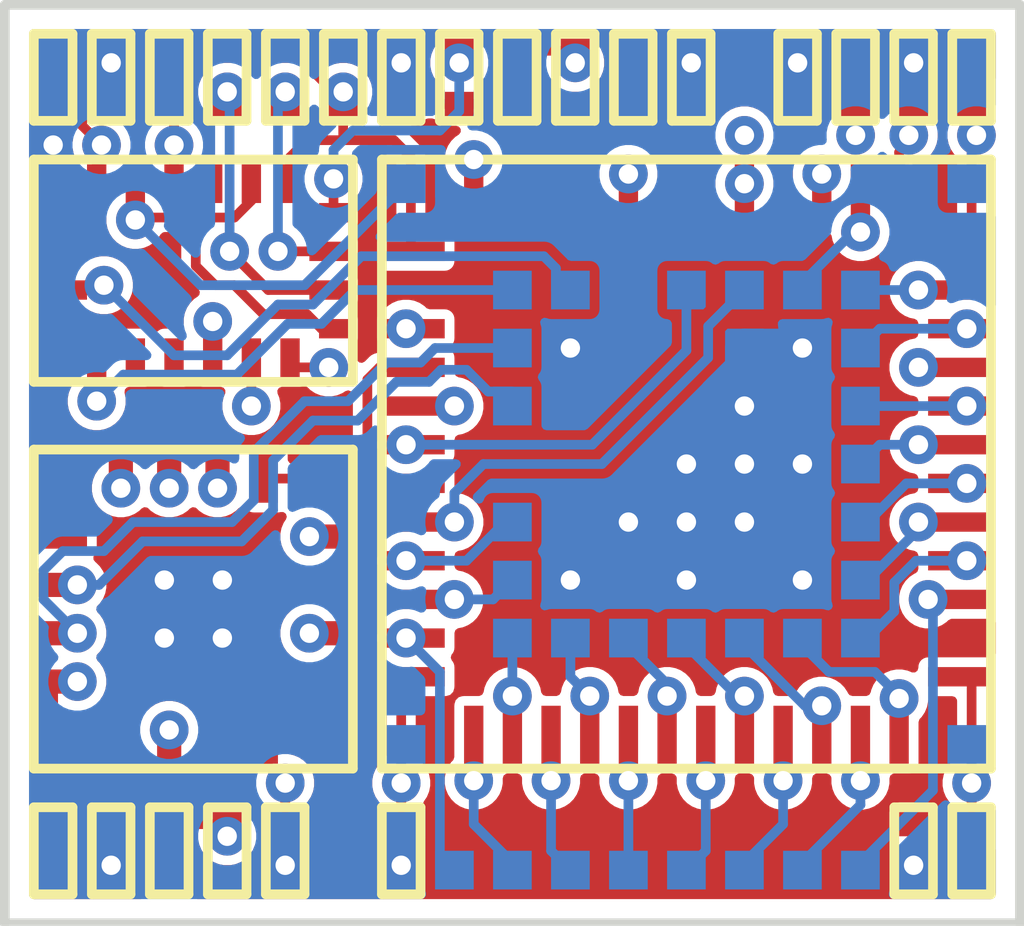
<source format=kicad_pcb>
(kicad_pcb (version 20171130) (host pcbnew 5.1.10-88a1d61d58~89~ubuntu20.04.1)
  (layers (0 F.Cu signal) (1 In1.Cu signal) (2 In2.Cu signal) (31 B.Cu signal) (34 B.Paste user) (35 F.Paste user) (36 B.SilkS user) (37 F.SilkS user) (38 B.Mask user) (39 F.Mask user) (44 Edge.Cuts user))
  (net 0 "")
  (net 1 /5V0)
  (net 2 /GND)
  (net 3 /1V2)
  (net 4 /3V3)
  (net 5 /VIO)
  (net 6 /HV0)
  (net 7 /HV1)
  (net 8 /MV0)
  (net 9 /LV0)
  (net 10 /MV1)
  (net 11 /LV1)
  (net 12 /RST)
  (net 13 /SCL)
  (net 14 /SDA)
  (net 15 /UDP)
  (net 16 /UDM)
  (net 17 /CLK)
  (net 18 /TCK)
  (net 19 /TDO)
  (net 20 /JEN)
  (net 21 /TMS)
  (net 22 /TDI)
  (net 23 /SCK)
  (net 24 /SDI)
  (net 25 /NCS)
  (net 26 /SDO)
  (net 27 "Net-(R11-Pad2)")
  (net 28 "Net-(R10-Pad2)")
  (net 29 /DR0)
  (net 30 /DR1)
  (net 31 /VIS)
  (net 32 "Net-(R12-Pad2)")
  (net 33 "Net-(R13-Pad2)")
  (net 34 /R2A)
  (net 35 /R2B)
  (net 36 /R3A)
  (net 37 /R10B)
  (net 38 /R6B)
  (net 39 /R6D)
  (net 40 /R6F)
  (net 41 /R6G)
  (net 42 /R6H)
  (net 43 /R6J)
  (net 44 /R10A)
  (net 45 /R7B)
  (net 46 /R9A)
  (net 47 /R8B)
  (net 48 /R8A)
  (net 49 /R7A)
  (net 50 /R6I)
  (net 51 /R6E)
  (net 52 /R6C)
  (net 53 /R6A)
  (net 54 /R5B)
  (net 55 /R3B)
  (module Mechanical:PAD1_0.4_0.4 (layer B.Cu) (at 62.85 34.95)
    (fp_text reference P58 hide)
    (fp_text value CONN1X1 hide)
    (pad 1 smd rect (at 0.2 -0.2) (size 0.4 0.4) (layers B.Cu B.Paste B.Mask) (net 2 /GND))
  )
  (module Mechanical:PAD1_0.4_0.4 (layer B.Cu) (at 67.55 35.55)
    (fp_text reference P1 hide)
    (fp_text value CONN1X1 hide)
    (pad 1 smd rect (at 0.2 -0.2) (size 0.4 0.4) (layers B.Cu B.Paste B.Mask) (net 34 /R2A))
  )
  (module Mechanical:PAD1_0.4_0.4 (layer B.Cu) (at 67.55 36.15)
    (fp_text reference P2 hide)
    (fp_text value CONN1X1 hide)
    (pad 1 smd rect (at 0.2 -0.2) (size 0.4 0.4) (layers B.Cu B.Paste B.Mask) (net 35 /R2B))
  )
  (module Mechanical:PAD1_0.4_0.4 (layer B.Cu) (at 66.95 39.15)
    (fp_text reference P3 hide)
    (fp_text value CONN1X1 hide)
    (pad 1 smd rect (at 0.2 -0.2) (size 0.4 0.4) (layers B.Cu B.Paste B.Mask) (net 36 /R3A))
  )
  (module Mechanical:PAD1_0.4_0.4 (layer B.Cu) (at 67.55 39.15)
    (fp_text reference P4 hide)
    (fp_text value CONN1X1 hide)
    (pad 1 smd rect (at 0.2 -0.2) (size 0.4 0.4) (layers B.Cu B.Paste B.Mask) (net 37 /R10B))
  )
  (module Mechanical:PAD1_0.4_0.4 (layer B.Cu) (at 67.55 36.75)
    (fp_text reference P5 hide)
    (fp_text value CONN1X1 hide)
    (pad 1 smd rect (at 0.2 -0.2) (size 0.4 0.4) (layers B.Cu B.Paste B.Mask) (net 38 /R6B))
  )
  (module Mechanical:PAD1_0.4_0.4 (layer B.Cu) (at 68.15 39.15)
    (fp_text reference P6 hide)
    (fp_text value CONN1X1 hide)
    (pad 1 smd rect (at 0.2 -0.2) (size 0.4 0.4) (layers B.Cu B.Paste B.Mask) (net 39 /R6D))
  )
  (module Mechanical:PAD1_0.4_0.4 (layer B.Cu) (at 68.15 36.75)
    (fp_text reference P7 hide)
    (fp_text value CONN1X1 hide)
    (pad 1 smd rect (at 0.2 -0.2) (size 0.4 0.4) (layers B.Cu B.Paste B.Mask) (net 40 /R6F))
  )
  (module Mechanical:PAD1_0.4_0.4 (layer B.Cu) (at 68.75 39.15)
    (fp_text reference P8 hide)
    (fp_text value CONN1X1 hide)
    (pad 1 smd rect (at 0.2 -0.2) (size 0.4 0.4) (layers B.Cu B.Paste B.Mask) (net 41 /R6G))
  )
  (module Mechanical:PAD1_0.4_0.4 (layer B.Cu) (at 68.75 36.75)
    (fp_text reference P9 hide)
    (fp_text value CONN1X1 hide)
    (pad 1 smd rect (at 0.2 -0.2) (size 0.4 0.4) (layers B.Cu B.Paste B.Mask) (net 42 /R6H))
  )
  (module Mechanical:PAD1_0.4_0.4 (layer B.Cu) (at 69.35 39.15)
    (fp_text reference P10 hide)
    (fp_text value CONN1X1 hide)
    (pad 1 smd rect (at 0.2 -0.2) (size 0.4 0.4) (layers B.Cu B.Paste B.Mask) (net 43 /R6J))
  )
  (module Mechanical:PAD1_0.4_0.4 (layer B.Cu) (at 69.35 36.75)
    (fp_text reference P11 hide)
    (fp_text value CONN1X1 hide)
    (pad 1 smd rect (at 0.2 -0.2) (size 0.4 0.4) (layers B.Cu B.Paste B.Mask) (net 44 /R10A))
  )
  (module Mechanical:PAD1_0.4_0.4 (layer B.Cu) (at 69.95 39.15)
    (fp_text reference P12 hide)
    (fp_text value CONN1X1 hide)
    (pad 1 smd rect (at 0.2 -0.2) (size 0.4 0.4) (layers B.Cu B.Paste B.Mask) (net 45 /R7B))
  )
  (module Mechanical:PAD1_0.4_0.4 (layer B.Cu) (at 69.95 36.75)
    (fp_text reference P13 hide)
    (fp_text value CONN1X1 hide)
    (pad 1 smd rect (at 0.2 -0.2) (size 0.4 0.4) (layers B.Cu B.Paste B.Mask) (net 46 /R9A))
  )
  (module Mechanical:PAD1_0.4_0.4 (layer B.Cu) (at 70.55 39.15)
    (fp_text reference P14 hide)
    (fp_text value CONN1X1 hide)
    (pad 1 smd rect (at 0.2 -0.2) (size 0.4 0.4) (layers B.Cu B.Paste B.Mask) (net 47 /R8B))
  )
  (module Mechanical:PAD1_0.4_0.4 (layer B.Cu) (at 70.55 36.75)
    (fp_text reference P15 hide)
    (fp_text value CONN1X1 hide)
    (pad 1 smd rect (at 0.2 -0.2) (size 0.4 0.4) (layers B.Cu B.Paste B.Mask) (net 48 /R8A))
  )
  (module Mechanical:PAD1_0.4_0.4 (layer B.Cu) (at 71.15 39.15)
    (fp_text reference P16 hide)
    (fp_text value CONN1X1 hide)
    (pad 1 smd rect (at 0.2 -0.2) (size 0.4 0.4) (layers B.Cu B.Paste B.Mask) (net 49 /R7A))
  )
  (module Mechanical:PAD1_0.4_0.4 (layer B.Cu) (at 71.15 36.75)
    (fp_text reference P17 hide)
    (fp_text value CONN1X1 hide)
    (pad 1 smd rect (at 0.2 -0.2) (size 0.4 0.4) (layers B.Cu B.Paste B.Mask) (net 50 /R6I))
  )
  (module Mechanical:PAD1_0.4_0.4 (layer B.Cu) (at 71.15 36.15)
    (fp_text reference P18 hide)
    (fp_text value CONN1X1 hide)
    (pad 1 smd rect (at 0.2 -0.2) (size 0.4 0.4) (layers B.Cu B.Paste B.Mask) (net 51 /R6E))
  )
  (module Mechanical:PAD1_0.4_0.4 (layer B.Cu) (at 71.15 35.55)
    (fp_text reference P19 hide)
    (fp_text value CONN1X1 hide)
    (pad 1 smd rect (at 0.2 -0.2) (size 0.4 0.4) (layers B.Cu B.Paste B.Mask) (net 52 /R6C))
  )
  (module Mechanical:PAD1_0.4_0.4 (layer B.Cu) (at 71.15 34.95)
    (fp_text reference P20 hide)
    (fp_text value CONN1X1 hide)
    (pad 1 smd rect (at 0.2 -0.2) (size 0.4 0.4) (layers B.Cu B.Paste B.Mask) (net 53 /R6A))
  )
  (module Mechanical:PAD1_0.4_0.4 (layer B.Cu) (at 71.15 34.35)
    (fp_text reference P21 hide)
    (fp_text value CONN1X1 hide)
    (pad 1 smd rect (at 0.2 -0.2) (size 0.4 0.4) (layers B.Cu B.Paste B.Mask) (net 54 /R5B))
  )
  (module Mechanical:PAD1_0.4_0.4 (layer B.Cu) (at 71.15 33.75)
    (fp_text reference P22 hide)
    (fp_text value CONN1X1 hide)
    (pad 1 smd rect (at 0.2 -0.2) (size 0.4 0.4) (layers B.Cu B.Paste B.Mask) (net 55 /R3B))
  )
  (module Mechanical:PAD1_0.4_0.4 (layer B.Cu) (at 68.15 33.15)
    (fp_text reference P28 hide)
    (fp_text value CONN1X1 hide)
    (pad 1 smd rect (at 0.2 -0.2) (size 0.4 0.4) (layers B.Cu B.Paste B.Mask) (net 7 /HV1))
  )
  (module Mechanical:PAD1_0.4_0.4 (layer B.Cu) (at 67.55 33.15)
    (fp_text reference P27 hide)
    (fp_text value CONN1X1 hide)
    (pad 1 smd rect (at 0.2 -0.2) (size 0.4 0.4) (layers B.Cu B.Paste B.Mask) (net 6 /HV0))
  )
  (module Mechanical:PAD1_0.4_0.4 (layer B.Cu) (at 67.55 33.75)
    (fp_text reference P29 hide)
    (fp_text value CONN1X1 hide)
    (pad 1 smd rect (at 0.2 -0.2) (size 0.4 0.4) (layers B.Cu B.Paste B.Mask) (net 16 /UDM))
  )
  (module Mechanical:PAD1_0.4_0.4 (layer B.Cu) (at 67.55 34.35)
    (fp_text reference P30 hide)
    (fp_text value CONN1X1 hide)
    (pad 1 smd rect (at 0.2 -0.2) (size 0.4 0.4) (layers B.Cu B.Paste B.Mask) (net 15 /UDP))
  )
  (module Mechanical:PAD1_0.4_0.4 (layer B.Cu) (at 69.95 33.15)
    (fp_text reference P32 hide)
    (fp_text value CONN1X1 hide)
    (pad 1 smd rect (at 0.2 -0.2) (size 0.4 0.4) (layers B.Cu B.Paste B.Mask) (net 25 /NCS))
  )
  (module Mechanical:PAD1_0.4_0.4 (layer B.Cu) (at 70.55 33.15)
    (fp_text reference P33 hide)
    (fp_text value CONN1X1 hide)
    (pad 1 smd rect (at 0.2 -0.2) (size 0.4 0.4) (layers B.Cu B.Paste B.Mask) (net 24 /SDI))
  )
  (module Mechanical:PAD1_0.4_0.4 (layer B.Cu) (at 71.15 33.15)
    (fp_text reference P34 hide)
    (fp_text value CONN1X1 hide)
    (pad 1 smd rect (at 0.2 -0.2) (size 0.4 0.4) (layers B.Cu B.Paste B.Mask) (net 26 /SDO))
  )
  (module Mechanical:PAD1_0.4_0.4 (layer B.Cu) (at 66.45 32.05)
    (fp_text reference P35 hide)
    (fp_text value CONN1X1 hide)
    (pad 1 smd rect (at 0.2 -0.2) (size 0.4 0.4) (layers B.Cu B.Paste B.Mask) (net 1 /5V0))
  )
  (module Mechanical:PAD1_0.4_0.4 (layer B.Cu) (at 72.25 37.85)
    (fp_text reference P36 hide)
    (fp_text value CONN1X1 hide)
    (pad 1 smd rect (at 0.2 -0.2) (size 0.4 0.4) (layers B.Cu B.Paste B.Mask) (net 5 /VIO))
  )
  (module Mechanical:PAD1_0.4_0.4 (layer B.Cu) (at 72.25 32.05)
    (fp_text reference P37 hide)
    (fp_text value CONN1X1 hide)
    (pad 1 smd rect (at 0.2 -0.2) (size 0.4 0.4) (layers B.Cu B.Paste B.Mask) (net 4 /3V3))
  )
  (module Mechanical:PAD1_0.4_0.4 (layer B.Cu) (at 66.45 37.85)
    (fp_text reference P38 hide)
    (fp_text value CONN1X1 hide)
    (pad 1 smd rect (at 0.2 -0.2) (size 0.4 0.4) (layers B.Cu B.Paste B.Mask) (net 3 /1V2))
  )
  (module Mechanical:PAD1_0.4_0.4 (layer B.Cu) (at 62.85 30.75)
    (fp_text reference P39 hide)
    (fp_text value CONN1X1 hide)
    (pad 1 smd rect (at 0.2 -0.2) (size 0.4 0.4) (layers B.Cu B.Paste B.Mask) (net 2 /GND))
  )
  (module Mechanical:PAD1_0.4_0.4 (layer B.Cu) (at 62.85 32.05)
    (fp_text reference P40 hide)
    (fp_text value CONN1X1 hide)
    (pad 1 smd rect (at 0.2 -0.2) (size 0.4 0.4) (layers B.Cu B.Paste B.Mask) (net 2 /GND))
  )
  (module Mechanical:PAD1_0.4_0.4 (layer B.Cu) (at 62.85 37.85)
    (fp_text reference P41 hide)
    (fp_text value CONN1X1 hide)
    (pad 1 smd rect (at 0.2 -0.2) (size 0.4 0.4) (layers B.Cu B.Paste B.Mask) (net 2 /GND))
  )
  (module Mechanical:PAD1_0.4_0.4 (layer B.Cu) (at 62.85 39.15)
    (fp_text reference P42 hide)
    (fp_text value CONN1X1 hide)
    (pad 1 smd rect (at 0.2 -0.2) (size 0.4 0.4) (layers B.Cu B.Paste B.Mask) (net 2 /GND))
  )
  (module Mechanical:PAD1_0.4_0.4 (layer B.Cu) (at 65.75 39.15)
    (fp_text reference P43 hide)
    (fp_text value CONN1X1 hide)
    (pad 1 smd rect (at 0.2 -0.2) (size 0.4 0.4) (layers B.Cu B.Paste B.Mask) (net 2 /GND))
  )
  (module Mechanical:PAD1_0.4_0.4 (layer B.Cu) (at 72.25 39.15)
    (fp_text reference P44 hide)
    (fp_text value CONN1X1 hide)
    (pad 1 smd rect (at 0.2 -0.2) (size 0.4 0.4) (layers B.Cu B.Paste B.Mask) (net 2 /GND))
  )
  (module Mechanical:PAD1_0.4_0.4 (layer B.Cu) (at 72.25 30.75)
    (fp_text reference P45 hide)
    (fp_text value CONN1X1 hide)
    (pad 1 smd rect (at 0.2 -0.2) (size 0.4 0.4) (layers B.Cu B.Paste B.Mask) (net 2 /GND))
  )
  (module Mechanical:PAD1_0.4_0.4 (layer B.Cu) (at 69.95 30.75)
    (fp_text reference P46 hide)
    (fp_text value CONN1X1 hide)
    (pad 1 smd rect (at 0.2 -0.2) (size 0.4 0.4) (layers B.Cu B.Paste B.Mask) (net 2 /GND))
  )
  (module Mechanical:PAD1_0.4_0.4 (layer B.Cu) (at 67.55 30.75)
    (fp_text reference P47 hide)
    (fp_text value CONN1X1 hide)
    (pad 1 smd rect (at 0.2 -0.2) (size 0.4 0.4) (layers B.Cu B.Paste B.Mask) (net 2 /GND))
  )
  (module Mechanical:PAD1_0.4_0.4 (layer B.Cu) (at 63.95 30.75)
    (fp_text reference P48 hide)
    (fp_text value CONN1X1 hide)
    (pad 1 smd rect (at 0.2 -0.2) (size 0.4 0.4) (layers B.Cu B.Paste B.Mask) (net 2 /GND))
  )
  (module Mechanical:PAD1_0.4_0.4 (layer B.Cu) (at 68.75 33.15)
    (fp_text reference P49 hide)
    (fp_text value CONN1X1 hide)
    (pad 1 smd rect (at 0.2 -0.2) (size 0.4 0.4) (layers B.Cu B.Paste B.Mask) (net 2 /GND))
  )
  (module Mechanical:PAD1_0.4_0.4 (layer B.Cu) (at 68.15 34.35)
    (fp_text reference P50 hide)
    (fp_text value CONN1X1 hide)
    (pad 1 smd rect (at 0.2 -0.2) (size 0.4 0.4) (layers B.Cu B.Paste B.Mask) (net 2 /GND))
  )
  (module Mechanical:PAD1_0.4_0.4 (layer B.Cu) (at 68.15 35.55)
    (fp_text reference P51 hide)
    (fp_text value CONN1X1 hide)
    (pad 1 smd rect (at 0.2 -0.2) (size 0.4 0.4) (layers B.Cu B.Paste B.Mask) (net 2 /GND))
  )
  (module Mechanical:PAD1_0.4_0.4 (layer B.Cu) (at 68.75 36.15)
    (fp_text reference P52 hide)
    (fp_text value CONN1X1 hide)
    (pad 1 smd rect (at 0.2 -0.2) (size 0.4 0.4) (layers B.Cu B.Paste B.Mask) (net 2 /GND))
  )
  (module Mechanical:PAD1_0.4_0.4 (layer B.Cu) (at 69.95 36.15)
    (fp_text reference P53 hide)
    (fp_text value CONN1X1 hide)
    (pad 1 smd rect (at 0.2 -0.2) (size 0.4 0.4) (layers B.Cu B.Paste B.Mask) (net 2 /GND))
  )
  (module Mechanical:PAD1_0.4_0.4 (layer B.Cu) (at 70.55 35.55)
    (fp_text reference P54 hide)
    (fp_text value CONN1X1 hide)
    (pad 1 smd rect (at 0.2 -0.2) (size 0.4 0.4) (layers B.Cu B.Paste B.Mask) (net 2 /GND))
  )
  (module Mechanical:PAD1_0.4_0.4 (layer B.Cu) (at 70.55 34.35)
    (fp_text reference P55 hide)
    (fp_text value CONN1X1 hide)
    (pad 1 smd rect (at 0.2 -0.2) (size 0.4 0.4) (layers B.Cu B.Paste B.Mask) (net 2 /GND))
  )
  (module Mechanical:PAD1_0.4_0.4 (layer B.Cu) (at 68.75 33.75)
    (fp_text reference P57 hide)
    (fp_text value CONN1X1 hide)
    (pad 1 smd rect (at 0.2 -0.2) (size 0.4 0.4) (layers B.Cu B.Paste B.Mask) (net 2 /GND))
  )
  (module Components:0201 (layer F.Cu) (at 64.55 38.25)
    (fp_text reference C1 hide)
    (fp_text value Capacitor hide)
    (pad 1 smd rect (at 0.25 0.225) (size 0.3 0.25) (layers F.Cu F.Paste F.Mask) (net 1 /5V0))
    (pad 2 smd rect (at 0.25 0.775) (size 0.3 0.25) (layers F.Cu F.Paste F.Mask) (net 2 /GND))
  )
  (module Components:0201 (layer F.Cu) (at 63.85 31.25 180)
    (fp_text reference C2 hide)
    (fp_text value Capacitor hide)
    (pad 1 smd rect (at 0.25 0.225 180) (size 0.3 0.25) (layers F.Cu F.Paste F.Mask) (net 1 /5V0))
    (pad 2 smd rect (at 0.25 0.775 180) (size 0.3 0.25) (layers F.Cu F.Paste F.Mask) (net 2 /GND))
  )
  (module Components:0201 (layer F.Cu) (at 63.25 31.25 180)
    (fp_text reference C3 hide)
    (fp_text value Capacitor hide)
    (pad 1 smd rect (at 0.25 0.225 180) (size 0.3 0.25) (layers F.Cu F.Paste F.Mask) (net 3 /1V2))
    (pad 2 smd rect (at 0.25 0.775 180) (size 0.3 0.25) (layers F.Cu F.Paste F.Mask) (net 2 /GND))
  )
  (module Components:0201 (layer F.Cu) (at 66.25 31.25 180)
    (fp_text reference C4 hide)
    (fp_text value Capacitor hide)
    (pad 1 smd rect (at 0.25 0.225 180) (size 0.3 0.25) (layers F.Cu F.Paste F.Mask) (net 4 /3V3))
    (pad 2 smd rect (at 0.25 0.775 180) (size 0.3 0.25) (layers F.Cu F.Paste F.Mask) (net 2 /GND))
  )
  (module Components:0201 (layer F.Cu) (at 64.45 31.25 180)
    (fp_text reference C5 hide)
    (fp_text value Capacitor hide)
    (pad 1 smd rect (at 0.25 0.225 180) (size 0.3 0.25) (layers F.Cu F.Paste F.Mask) (net 5 /VIO))
    (pad 2 smd rect (at 0.25 0.775 180) (size 0.3 0.25) (layers F.Cu F.Paste F.Mask) (net 2 /GND))
  )
  (module Components:0201 (layer F.Cu) (at 66.85 39.25 180)
    (fp_text reference C6 hide)
    (fp_text value Capacitor hide)
    (pad 1 smd rect (at 0.25 0.225 180) (size 0.3 0.25) (layers F.Cu F.Paste F.Mask) (net 2 /GND))
    (pad 2 smd rect (at 0.25 0.775 180) (size 0.3 0.25) (layers F.Cu F.Paste F.Mask) (net 3 /1V2))
  )
  (module Components:0201 (layer F.Cu) (at 71.65 30.25)
    (fp_text reference C7 hide)
    (fp_text value Capacitor hide)
    (pad 1 smd rect (at 0.25 0.225) (size 0.3 0.25) (layers F.Cu F.Paste F.Mask) (net 2 /GND))
    (pad 2 smd rect (at 0.25 0.775) (size 0.3 0.25) (layers F.Cu F.Paste F.Mask) (net 3 /1V2))
  )
  (module Components:0201 (layer F.Cu) (at 72.25 30.25)
    (fp_text reference C8 hide)
    (fp_text value Capacitor hide)
    (pad 1 smd rect (at 0.25 0.225) (size 0.3 0.25) (layers F.Cu F.Paste F.Mask) (net 2 /GND))
    (pad 2 smd rect (at 0.25 0.775) (size 0.3 0.25) (layers F.Cu F.Paste F.Mask) (net 4 /3V3))
  )
  (module Components:0201 (layer F.Cu) (at 72.15 39.25 180)
    (fp_text reference C10 hide)
    (fp_text value Capacitor hide)
    (pad 1 smd rect (at 0.25 0.225 180) (size 0.3 0.25) (layers F.Cu F.Paste F.Mask) (net 2 /GND))
    (pad 2 smd rect (at 0.25 0.775 180) (size 0.3 0.25) (layers F.Cu F.Paste F.Mask) (net 5 /VIO))
  )
  (module Components:0201 (layer F.Cu) (at 72.75 39.25 180)
    (fp_text reference C11 hide)
    (fp_text value Capacitor hide)
    (pad 1 smd rect (at 0.25 0.225 180) (size 0.3 0.25) (layers F.Cu F.Paste F.Mask) (net 2 /GND))
    (pad 2 smd rect (at 0.25 0.775 180) (size 0.3 0.25) (layers F.Cu F.Paste F.Mask) (net 5 /VIO))
  )
  (module Components:0201 (layer F.Cu) (at 66.95 30.25)
    (fp_text reference R1 hide)
    (fp_text value Resistor hide)
    (pad 1 smd rect (at 0.25 0.225) (size 0.3 0.25) (layers F.Cu F.Paste F.Mask) (net 8 /MV0))
    (pad 2 smd rect (at 0.25 0.775) (size 0.3 0.25) (layers F.Cu F.Paste F.Mask) (net 9 /LV0))
  )
  (module Components:0201 (layer F.Cu) (at 66.85 31.25 180)
    (fp_text reference R2 hide)
    (fp_text value Resistor hide)
    (pad 1 smd rect (at 0.25 0.225 180) (size 0.3 0.25) (layers F.Cu F.Paste F.Mask) (net 9 /LV0))
    (pad 2 smd rect (at 0.25 0.775 180) (size 0.3 0.25) (layers F.Cu F.Paste F.Mask) (net 2 /GND))
  )
  (module Components:0201 (layer F.Cu) (at 71.55 31.25 180)
    (fp_text reference R3 hide)
    (fp_text value Resistor hide)
    (pad 1 smd rect (at 0.25 0.225 180) (size 0.3 0.25) (layers F.Cu F.Paste F.Mask) (net 10 /MV1))
    (pad 2 smd rect (at 0.25 0.775 180) (size 0.3 0.25) (layers F.Cu F.Paste F.Mask) (net 11 /LV1))
  )
  (module Components:0201 (layer F.Cu) (at 70.95 31.25 180)
    (fp_text reference R4 hide)
    (fp_text value Resistor hide)
    (pad 1 smd rect (at 0.25 0.225 180) (size 0.3 0.25) (layers F.Cu F.Paste F.Mask) (net 11 /LV1))
    (pad 2 smd rect (at 0.25 0.775 180) (size 0.3 0.25) (layers F.Cu F.Paste F.Mask) (net 2 /GND))
  )
  (module Components:QFN20_3.0_2.0_0.4 (layer F.Cu) (at 62.75 33.95 90)
    (fp_text reference U1 hide)
    (fp_text value SLG46580 hide)
    (pad 1 smd rect (at 0.3 0.7 90) (size 0.4 0.2) (layers F.Cu F.Paste F.Mask) (net 6 /HV0))
    (pad 2 smd rect (at 0.3 1.1 90) (size 0.4 0.2) (layers F.Cu F.Paste F.Mask))
    (pad 3 smd rect (at 0.3 1.5 90) (size 0.4 0.2) (layers F.Cu F.Paste F.Mask))
    (pad 4 smd rect (at 0.3 1.9 90) (size 0.4 0.2) (layers F.Cu F.Paste F.Mask) (net 29 /DR0))
    (pad 5 smd rect (at 0.3 2.3 90) (size 0.4 0.2) (layers F.Cu F.Paste F.Mask) (net 10 /MV1))
    (pad 6 smd rect (at 0.3 2.7 90) (size 0.4 0.2) (layers F.Cu F.Paste F.Mask) (net 30 /DR1))
    (pad 11 smd rect (at 2.1 2.7 90) (size 0.4 0.2) (layers F.Cu F.Paste F.Mask) (net 4 /3V3))
    (pad 15 smd rect (at 2.1 1.1 90) (size 0.4 0.2) (layers F.Cu F.Paste F.Mask) (net 1 /5V0))
    (pad 12 smd rect (at 2.1 2.3 90) (size 0.4 0.2) (layers F.Cu F.Paste F.Mask) (net 1 /5V0))
    (pad 16 smd rect (at 2.1 0.7 90) (size 0.4 0.2) (layers F.Cu F.Paste F.Mask) (net 3 /1V2))
    (pad 14 smd rect (at 2.1 1.5 90) (size 0.4 0.2) (layers F.Cu F.Paste F.Mask) (net 5 /VIO))
    (pad 13 smd rect (at 2.1 1.9 90) (size 0.4 0.2) (layers F.Cu F.Paste F.Mask) (net 5 /VIO))
    (pad 20 smd rect (at 0.6 0.25 90) (size 0.2 0.3) (layers F.Cu F.Paste F.Mask) (net 2 /GND))
    (pad 19 smd rect (at 1 0.35 90) (size 0.2 0.5) (layers F.Cu F.Paste F.Mask) (net 7 /HV1))
    (pad 18 smd rect (at 1.4 0.3 90) (size 0.2 0.4) (layers F.Cu F.Paste F.Mask))
    (pad 17 smd rect (at 1.8 0.25 90) (size 0.2 0.3) (layers F.Cu F.Paste F.Mask) (net 2 /GND))
    (pad 10 smd rect (at 1.8 3.15 90) (size 0.2 0.3) (layers F.Cu F.Paste F.Mask) (net 8 /MV0))
    (pad 9 smd rect (at 1.4 3.1 90) (size 0.2 0.4) (layers F.Cu F.Paste F.Mask) (net 14 /SDA))
    (pad 7 smd rect (at 0.6 3.15 90) (size 0.2 0.3) (layers F.Cu F.Paste F.Mask) (net 1 /5V0))
    (pad 8 smd rect (at 1 3.1 90) (size 0.2 0.4) (layers F.Cu F.Paste F.Mask) (net 13 /SCL))
  )
  (module Components:QFN48_6.0_6.0_0.4 (layer F.Cu) (at 66.35 31.55)
    (fp_text reference U3 hide)
    (fp_text value GW1NZ-LV1QN48 hide)
    (pad 1 smd rect (at 0.4 1) (size 0.6 0.2) (layers F.Cu F.Paste F.Mask) (net 4 /3V3))
    (pad "" smd rect (at 3.2 3.2) (size 4 4) (layers F.Cu F.Paste F.Mask) (net 2 /GND))
    (pad 2 smd rect (at 0.4 1.4) (size 0.6 0.2) (layers F.Cu F.Paste F.Mask) (net 2 /GND))
    (pad 3 smd rect (at 0.4 1.8) (size 0.6 0.2) (layers F.Cu F.Paste F.Mask) (net 18 /TCK))
    (pad 4 smd rect (at 0.4 2.2) (size 0.6 0.2) (layers F.Cu F.Paste F.Mask) (net 21 /TMS))
    (pad 5 smd rect (at 0.4 2.6) (size 0.6 0.2) (layers F.Cu F.Paste F.Mask) (net 22 /TDI))
    (pad 6 smd rect (at 0.4 3) (size 0.6 0.2) (layers F.Cu F.Paste F.Mask) (net 23 /SCK))
    (pad 12 smd rect (at 0.4 5.4) (size 0.6 0.2) (layers F.Cu F.Paste F.Mask) (net 3 /1V2))
    (pad 11 smd rect (at 0.4 5) (size 0.6 0.2) (layers F.Cu F.Paste F.Mask) (net 36 /R3A))
    (pad 9 smd rect (at 0.4 4.2) (size 0.6 0.2) (layers F.Cu F.Paste F.Mask) (net 34 /R2A))
    (pad 10 smd rect (at 0.4 4.6) (size 0.6 0.2) (layers F.Cu F.Paste F.Mask) (net 35 /R2B))
    (pad 7 smd rect (at 0.4 3.4) (size 0.6 0.2) (layers F.Cu F.Paste F.Mask) (net 19 /TDO))
    (pad 8 smd rect (at 0.4 3.8) (size 0.6 0.2) (layers F.Cu F.Paste F.Mask) (net 25 /NCS))
    (pad 27 smd rect (at 6 4.6) (size 0.6 0.2) (layers F.Cu F.Paste F.Mask) (net 49 /R7A))
    (pad 30 smd rect (at 6 3.4) (size 0.6 0.2) (layers F.Cu F.Paste F.Mask) (net 52 /R6C))
    (pad 29 smd rect (at 6 3.8) (size 0.6 0.2) (layers F.Cu F.Paste F.Mask) (net 51 /R6E))
    (pad 26 smd rect (at 6 5) (size 0.6 0.2) (layers F.Cu F.Paste F.Mask) (net 2 /GND))
    (pad 28 smd rect (at 6 4.2) (size 0.6 0.2) (layers F.Cu F.Paste F.Mask) (net 50 /R6I))
    (pad 31 smd rect (at 6 3) (size 0.6 0.2) (layers F.Cu F.Paste F.Mask) (net 53 /R6A))
    (pad 25 smd rect (at 6 5.4) (size 0.6 0.2) (layers F.Cu F.Paste F.Mask) (net 5 /VIO))
    (pad 32 smd rect (at 6 2.6) (size 0.6 0.2) (layers F.Cu F.Paste F.Mask) (net 54 /R5B))
    (pad 34 smd rect (at 6 1.8) (size 0.6 0.2) (layers F.Cu F.Paste F.Mask) (net 55 /R3B))
    (pad 33 smd rect (at 6 2.2) (size 0.6 0.2) (layers F.Cu F.Paste F.Mask) (net 17 /CLK))
    (pad 36 smd rect (at 6 1) (size 0.6 0.2) (layers F.Cu F.Paste F.Mask) (net 4 /3V3))
    (pad 35 smd rect (at 6 1.4) (size 0.6 0.2) (layers F.Cu F.Paste F.Mask) (net 26 /SDO))
    (pad 39 smd rect (at 4.6 0.4 90) (size 0.6 0.2) (layers F.Cu F.Paste F.Mask) (net 30 /DR1))
    (pad 42 smd rect (at 3.4 0.4 90) (size 0.6 0.2) (layers F.Cu F.Paste F.Mask) (net 33 "Net-(R13-Pad2)"))
    (pad 41 smd rect (at 3.8 0.4 90) (size 0.6 0.2) (layers F.Cu F.Paste F.Mask) (net 29 /DR0))
    (pad 38 smd rect (at 5 0.4 90) (size 0.6 0.2) (layers F.Cu F.Paste F.Mask) (net 24 /SDI))
    (pad 40 smd rect (at 4.2 0.4 90) (size 0.6 0.2) (layers F.Cu F.Paste F.Mask) (net 11 /LV1))
    (pad 43 smd rect (at 3 0.4 90) (size 0.6 0.2) (layers F.Cu F.Paste F.Mask) (net 32 "Net-(R12-Pad2)"))
    (pad 37 smd rect (at 5.4 0.4 90) (size 0.6 0.2) (layers F.Cu F.Paste F.Mask) (net 3 /1V2))
    (pad 44 smd rect (at 2.6 0.4 90) (size 0.6 0.2) (layers F.Cu F.Paste F.Mask) (net 20 /JEN))
    (pad 46 smd rect (at 1.8 0.4 90) (size 0.6 0.2) (layers F.Cu F.Paste F.Mask) (net 28 "Net-(R10-Pad2)"))
    (pad 45 smd rect (at 2.2 0.4 90) (size 0.6 0.2) (layers F.Cu F.Paste F.Mask) (net 27 "Net-(R11-Pad2)"))
    (pad 48 smd rect (at 1 0.4 90) (size 0.6 0.2) (layers F.Cu F.Paste F.Mask) (net 12 /RST))
    (pad 47 smd rect (at 1.4 0.4 90) (size 0.6 0.2) (layers F.Cu F.Paste F.Mask) (net 9 /LV0))
    (pad 19 smd rect (at 3.4 6 90) (size 0.6 0.2) (layers F.Cu F.Paste F.Mask) (net 43 /R6J))
    (pad 17 smd rect (at 2.6 6 90) (size 0.6 0.2) (layers F.Cu F.Paste F.Mask) (net 41 /R6G))
    (pad 16 smd rect (at 2.2 6 90) (size 0.6 0.2) (layers F.Cu F.Paste F.Mask) (net 40 /R6F))
    (pad 13 smd rect (at 1 6 90) (size 0.6 0.2) (layers F.Cu F.Paste F.Mask) (net 37 /R10B))
    (pad 20 smd rect (at 3.8 6 90) (size 0.6 0.2) (layers F.Cu F.Paste F.Mask) (net 44 /R10A))
    (pad 15 smd rect (at 1.8 6 90) (size 0.6 0.2) (layers F.Cu F.Paste F.Mask) (net 39 /R6D))
    (pad 21 smd rect (at 4.2 6 90) (size 0.6 0.2) (layers F.Cu F.Paste F.Mask) (net 45 /R7B))
    (pad 22 smd rect (at 4.6 6 90) (size 0.6 0.2) (layers F.Cu F.Paste F.Mask) (net 46 /R9A))
    (pad 14 smd rect (at 1.4 6 90) (size 0.6 0.2) (layers F.Cu F.Paste F.Mask) (net 38 /R6B))
    (pad 18 smd rect (at 3 6 90) (size 0.6 0.2) (layers F.Cu F.Paste F.Mask) (net 42 /R6H))
    (pad 24 smd rect (at 5.4 6 90) (size 0.6 0.2) (layers F.Cu F.Paste F.Mask) (net 48 /R8A))
    (pad 23 smd rect (at 5 6 90) (size 0.6 0.2) (layers F.Cu F.Paste F.Mask) (net 47 /R8B))
  )
  (module Components:0201 (layer F.Cu) (at 64.55 30.25)
    (fp_text reference R7 hide)
    (fp_text value Resistor hide)
    (pad 1 smd rect (at 0.25 0.225) (size 0.3 0.25) (layers F.Cu F.Paste F.Mask) (net 4 /3V3))
    (pad 2 smd rect (at 0.25 0.775) (size 0.3 0.25) (layers F.Cu F.Paste F.Mask) (net 13 /SCL))
  )
  (module Components:0201 (layer F.Cu) (at 65.15 30.25)
    (fp_text reference R8 hide)
    (fp_text value Resistor hide)
    (pad 1 smd rect (at 0.25 0.225) (size 0.3 0.25) (layers F.Cu F.Paste F.Mask) (net 4 /3V3))
    (pad 2 smd rect (at 0.25 0.775) (size 0.3 0.25) (layers F.Cu F.Paste F.Mask) (net 14 /SDA))
  )
  (module Components:0201 (layer F.Cu) (at 63.25 39.25 180)
    (fp_text reference C9 hide)
    (fp_text value Capacitor hide)
    (pad 1 smd rect (at 0.25 0.225 180) (size 0.3 0.25) (layers F.Cu F.Paste F.Mask) (net 2 /GND))
    (pad 2 smd rect (at 0.25 0.775 180) (size 0.3 0.25) (layers F.Cu F.Paste F.Mask) (net 4 /3V3))
  )
  (module Components:0201 (layer F.Cu) (at 69.35 30.25)
    (fp_text reference R13 hide)
    (fp_text value Resistor hide)
    (pad 1 smd rect (at 0.25 0.225) (size 0.3 0.25) (layers F.Cu F.Paste F.Mask) (net 2 /GND))
    (pad 2 smd rect (at 0.25 0.775) (size 0.3 0.25) (layers F.Cu F.Paste F.Mask) (net 33 "Net-(R13-Pad2)"))
  )
  (module Components:0201 (layer F.Cu) (at 65.15 38.25)
    (fp_text reference R9 hide)
    (fp_text value Resistor hide)
    (pad 1 smd rect (at 0.25 0.225) (size 0.3 0.25) (layers F.Cu F.Paste F.Mask) (net 12 /RST))
    (pad 2 smd rect (at 0.25 0.775) (size 0.3 0.25) (layers F.Cu F.Paste F.Mask) (net 2 /GND))
  )
  (module Components:0201 (layer F.Cu) (at 67.55 30.25)
    (fp_text reference R10 hide)
    (fp_text value Resistor hide)
    (pad 1 smd rect (at 0.25 0.225) (size 0.3 0.25) (layers F.Cu F.Paste F.Mask) (net 4 /3V3))
    (pad 2 smd rect (at 0.25 0.775) (size 0.3 0.25) (layers F.Cu F.Paste F.Mask) (net 28 "Net-(R10-Pad2)"))
  )
  (module Components:0201 (layer F.Cu) (at 68.15 30.25)
    (fp_text reference R11 hide)
    (fp_text value Resistor hide)
    (pad 1 smd rect (at 0.25 0.225) (size 0.3 0.25) (layers F.Cu F.Paste F.Mask) (net 4 /3V3))
    (pad 2 smd rect (at 0.25 0.775) (size 0.3 0.25) (layers F.Cu F.Paste F.Mask) (net 27 "Net-(R11-Pad2)"))
  )
  (module Components:0201 (layer F.Cu) (at 68.75 30.25)
    (fp_text reference R12 hide)
    (fp_text value Resistor hide)
    (pad 1 smd rect (at 0.25 0.225) (size 0.3 0.25) (layers F.Cu F.Paste F.Mask) (net 2 /GND))
    (pad 2 smd rect (at 0.25 0.775) (size 0.3 0.25) (layers F.Cu F.Paste F.Mask) (net 32 "Net-(R12-Pad2)"))
  )
  (module Components:0201 (layer F.Cu) (at 63.95 38.25)
    (fp_text reference R5 hide)
    (fp_text value Resistor hide)
    (pad 1 smd rect (at 0.25 0.225) (size 0.3 0.25) (layers F.Cu F.Paste F.Mask) (net 1 /5V0))
    (pad 2 smd rect (at 0.25 0.775) (size 0.3 0.25) (layers F.Cu F.Paste F.Mask) (net 31 /VIS))
  )
  (module Components:0201 (layer F.Cu) (at 63.35 38.25)
    (fp_text reference R6 hide)
    (fp_text value Resistor hide)
    (pad 1 smd rect (at 0.25 0.225) (size 0.3 0.25) (layers F.Cu F.Paste F.Mask) (net 31 /VIS))
    (pad 2 smd rect (at 0.25 0.775) (size 0.3 0.25) (layers F.Cu F.Paste F.Mask) (net 2 /GND))
  )
  (module Components:QFN16_3.0_3.0_0.5 (layer F.Cu) (at 62.75 37.95 90)
    (fp_text reference U2 hide)
    (fp_text value CH552P hide)
    (pad "" smd rect (at 1.7 1.7 90) (size 1.6 1.6) (layers F.Cu F.Paste F.Mask) (net 2 /GND))
    (pad 1 smd rect (at 0.35 0.95 90) (size 0.5 0.25) (layers F.Cu F.Paste F.Mask) (net 4 /3V3))
    (pad 2 smd rect (at 0.35 1.45 90) (size 0.5 0.25) (layers F.Cu F.Paste F.Mask) (net 22 /TDI))
    (pad 3 smd rect (at 0.35 1.95 90) (size 0.5 0.25) (layers F.Cu F.Paste F.Mask) (net 31 /VIS))
    (pad 4 smd rect (at 0.35 2.45 90) (size 0.5 0.25) (layers F.Cu F.Paste F.Mask) (net 12 /RST))
    (pad 11 smd rect (at 3.05 1.45 90) (size 0.5 0.25) (layers F.Cu F.Paste F.Mask) (net 20 /JEN))
    (pad 9 smd rect (at 3.05 2.45 90) (size 0.5 0.25) (layers F.Cu F.Paste F.Mask) (net 21 /TMS))
    (pad 12 smd rect (at 3.05 0.95 90) (size 0.5 0.25) (layers F.Cu F.Paste F.Mask) (net 13 /SCL))
    (pad 10 smd rect (at 3.05 1.95 90) (size 0.5 0.25) (layers F.Cu F.Paste F.Mask) (net 14 /SDA))
    (pad 5 smd rect (at 0.95 3.05 90) (size 0.25 0.5) (layers F.Cu F.Paste F.Mask) (net 19 /TDO))
    (pad 6 smd rect (at 1.45 3.05 90) (size 0.25 0.5) (layers F.Cu F.Paste F.Mask) (net 18 /TCK))
    (pad 7 smd rect (at 1.95 3.05 90) (size 0.25 0.5) (layers F.Cu F.Paste F.Mask))
    (pad 8 smd rect (at 2.45 3.05 90) (size 0.25 0.5) (layers F.Cu F.Paste F.Mask) (net 17 /CLK))
    (pad 16 smd rect (at 0.95 0.35 90) (size 0.25 0.5) (layers F.Cu F.Paste F.Mask) (net 4 /3V3))
    (pad 15 smd rect (at 1.45 0.35 90) (size 0.25 0.5) (layers F.Cu F.Paste F.Mask) (net 16 /UDM))
    (pad 14 smd rect (at 1.95 0.35 90) (size 0.25 0.5) (layers F.Cu F.Paste F.Mask) (net 15 /UDP))
    (pad 13 smd rect (at 2.45 0.35 90) (size 0.25 0.5) (layers F.Cu F.Paste F.Mask))
  )
  (module Mechanical:PAD1_0.4_0.4_CN (layer B.Cu) (at 69.35 32.75 270)
    (fp_text reference P31 hide)
    (fp_text value CONN1X1 hide)
    (pad 1 smd custom (at 0.2 -0.2 270) (size 0.3 0.3) (layers B.Cu B.Paste B.Mask) (net 23 /SCK) (options (clearance outline) (anchor rect)) (primitives (gr_poly (pts (xy -0.2 0.2) (xy -0.2 -0.2) (xy 0.175 -0.2) (xy 0.2 -0.175) (xy 0.2 0.2)) (width 0))))
  )
  (module Mechanical:PAD1_0.4_0.4_CN (layer B.Cu) (at 70.35 33.75 90)
    (fp_text reference P56 hide)
    (fp_text value CONN1X1 hide)
    (pad 1 smd custom (at 0.2 -0.2 90) (size 0.3 0.3) (layers B.Cu B.Paste B.Mask) (net 2 /GND) (options (clearance outline) (anchor rect)) (primitives (gr_poly (pts (xy -0.2 0.2) (xy -0.2 -0.2) (xy 0.175 -0.2) (xy 0.2 -0.175) (xy 0.2 0.2)) (width 0))))
  )
  (gr_line (start 62.5 39.5) (end 62.5 30) (layer Edge.Cuts) (width 0.1))
  (gr_line (start 73 39.5) (end 62.5 39.5) (layer Edge.Cuts) (width 0.1))
  (gr_line (start 73 30) (end 73 39.5) (layer Edge.Cuts) (width 0.1))
  (gr_line (start 62.5 30) (end 73 30) (layer Edge.Cuts) (width 0.1))
  (via (at 64.8 38.6) (size 0.4) (drill 0.2) (layers F.Cu B.Cu) (net 1))
  (via (at 63.85 32.225) (size 0.4) (drill 0.2) (layers F.Cu B.Cu) (net 1))
  (segment (start 63.85 31.25) (end 63.7 31.1) (width 0.1) (layer F.Cu) (net 1))
  (segment (start 65.05 32.025) (end 64.875 32.2) (width 0.1) (layer F.Cu) (net 1))
  (segment (start 65.05 31.85) (end 65.05 32.025) (width 0.1) (layer F.Cu) (net 1))
  (segment (start 64.875 32.2) (end 64.625 32.2) (width 0.1) (layer F.Cu) (net 1))
  (segment (start 64.675 38.475) (end 64.8 38.6) (width 0.1) (layer F.Cu) (net 1))
  (segment (start 64.2 38.475) (end 64.675 38.475) (width 0.1) (layer F.Cu) (net 1))
  (segment (start 63.85 31.25) (end 63.85 31.85) (width 0.1) (layer F.Cu) (net 1))
  (segment (start 63.875 32.2) (end 63.85 32.225) (width 0.1) (layer F.Cu) (net 1))
  (segment (start 63.85 31.85) (end 63.85 32.225) (width 0.1) (layer F.Cu) (net 1))
  (segment (start 64.475 32.2) (end 63.875 32.2) (width 0.1) (layer F.Cu) (net 1))
  (segment (start 64.625 32.2) (end 64.475 32.2) (width 0.1) (layer F.Cu) (net 1))
  (segment (start 64.475 32.7) (end 64.475 32.2) (width 0.1) (layer F.Cu) (net 1))
  (segment (start 64.875 32.9) (end 64.675 32.9) (width 0.1) (layer F.Cu) (net 1))
  (segment (start 64.675 32.9) (end 64.475 32.7) (width 0.1) (layer F.Cu) (net 1))
  (segment (start 65.175 33.2) (end 64.875 32.9) (width 0.1) (layer F.Cu) (net 1))
  (segment (start 65.775 33.35) (end 65.625 33.2) (width 0.1) (layer F.Cu) (net 1))
  (segment (start 65.625 33.2) (end 65.175 33.2) (width 0.1) (layer F.Cu) (net 1))
  (segment (start 65.9 33.35) (end 65.775 33.35) (width 0.1) (layer F.Cu) (net 1))
  (segment (start 64.525 32.9) (end 63.85 32.225) (width 0.1) (layer B.Cu) (net 1))
  (segment (start 65.6 32.9) (end 64.525 32.9) (width 0.1) (layer B.Cu) (net 1))
  (segment (start 66.65 31.85) (end 65.6 32.9) (width 0.1) (layer B.Cu) (net 1))
  (via (at 69.55 34.75) (size 0.4) (drill 0.2) (layers F.Cu B.Cu) (net 2))
  (via (at 70.15 34.75) (size 0.4) (drill 0.2) (layers F.Cu B.Cu) (net 2))
  (via (at 69.55 35.35) (size 0.4) (drill 0.2) (layers F.Cu B.Cu) (net 2))
  (via (at 69.55 35.95) (size 0.4) (drill 0.2) (layers F.Cu B.Cu) (net 2))
  (via (at 68.95 35.35) (size 0.4) (drill 0.2) (layers F.Cu B.Cu) (net 2))
  (via (at 70.15 35.35) (size 0.4) (drill 0.2) (layers F.Cu B.Cu) (net 2))
  (via (at 70.15 34.15) (size 0.4) (drill 0.2) (layers F.Cu B.Cu) (net 2))
  (via (at 70.75 34.75) (size 0.4) (drill 0.2) (layers F.Cu B.Cu) (net 2))
  (via (at 70.75 35.95) (size 0.4) (drill 0.2) (layers F.Cu B.Cu) (net 2))
  (via (at 68.35 35.95) (size 0.4) (drill 0.2) (layers F.Cu B.Cu) (net 2))
  (via (at 68.35 33.55) (size 0.4) (drill 0.2) (layers F.Cu B.Cu) (net 2))
  (via (at 70.75 33.55) (size 0.4) (drill 0.2) (layers F.Cu B.Cu) (net 2))
  (via (at 64.15 36.55) (size 0.4) (drill 0.2) (layers F.Cu B.Cu) (net 2))
  (via (at 64.75 36.55) (size 0.4) (drill 0.2) (layers F.Cu B.Cu) (net 2))
  (via (at 64.75 35.95) (size 0.4) (drill 0.2) (layers F.Cu B.Cu) (net 2))
  (via (at 64.15 35.95) (size 0.4) (drill 0.2) (layers F.Cu B.Cu) (net 2))
  (via (at 70.7 30.6) (size 0.4) (drill 0.2) (layers F.Cu B.Cu) (net 2))
  (via (at 63.6 30.6) (size 0.4) (drill 0.2) (layers F.Cu B.Cu) (net 2))
  (via (at 65.4 38.9) (size 0.4) (drill 0.2) (layers F.Cu B.Cu) (net 2))
  (via (at 69.6 30.6) (size 0.4) (drill 0.2) (layers F.Cu B.Cu) (net 2))
  (via (at 66.6 38.9) (size 0.4) (drill 0.2) (layers F.Cu B.Cu) (net 2))
  (via (at 63.6 38.9) (size 0.4) (drill 0.2) (layers F.Cu B.Cu) (net 2))
  (via (at 63 31.45) (size 0.4) (drill 0.2) (layers F.Cu B.Cu) (net 2))
  (via (at 66.6 30.6) (size 0.4) (drill 0.2) (layers F.Cu B.Cu) (net 2))
  (via (at 71.9 30.6) (size 0.4) (drill 0.2) (layers F.Cu B.Cu) (net 2))
  (via (at 71.9 38.9) (size 0.4) (drill 0.2) (layers F.Cu B.Cu) (net 2))
  (segment (start 63 33.35) (end 63 34.5) (width 0.1) (layer F.Cu) (net 2))
  (segment (start 63 34.5) (end 66.05 34.5) (width 0.1) (layer F.Cu) (net 2))
  (segment (start 63 39.025) (end 63.3 39.025) (width 0.1) (layer F.Cu) (net 2))
  (segment (start 63.3 39.025) (end 63.3 37.9) (width 0.1) (layer F.Cu) (net 2))
  (segment (start 72.5 30.475) (end 72.2 30.475) (width 0.1) (layer F.Cu) (net 2))
  (segment (start 68.95 32.95) (end 68.95 32.6) (width 0.1) (layer B.Cu) (net 2))
  (segment (start 68.95 32.6) (end 68.575 32.225) (width 0.1) (layer B.Cu) (net 2))
  (segment (start 68.575 32.225) (end 67.25 32.225) (width 0.1) (layer B.Cu) (net 2))
  (segment (start 67.25 32.225) (end 67 31.975) (width 0.1) (layer B.Cu) (net 2))
  (segment (start 67 31.975) (end 67 31.5) (width 0.1) (layer B.Cu) (net 2))
  (segment (start 67 31.5) (end 66.35 31.5) (width 0.1) (layer B.Cu) (net 2))
  (segment (start 66.35 31.5) (end 66.275 31.5) (width 0.1) (layer B.Cu) (net 2))
  (segment (start 66.275 31.5) (end 66.25 31.525) (width 0.1) (layer B.Cu) (net 2))
  (segment (start 66.25 31.525) (end 66.25 31.95) (width 0.1) (layer B.Cu) (net 2))
  (segment (start 66.25 31.95) (end 65.975 32.225) (width 0.1) (layer B.Cu) (net 2))
  (segment (start 66.6 39.025) (end 66.725 39.025) (width 0.08) (layer F.Cu) (net 2))
  (segment (start 66.725 39.025) (end 66.975 38.775) (width 0.08) (layer F.Cu) (net 2))
  (segment (start 66.975 38.775) (end 66.975 37.325) (width 0.08) (layer F.Cu) (net 2))
  (segment (start 66.975 37.325) (end 67.25 37.05) (width 0.08) (layer F.Cu) (net 2))
  (segment (start 69.55 34.75) (end 67.075 32.275) (width 0.08) (layer F.Cu) (net 2))
  (segment (start 67.075 32.275) (end 66.925 32.125) (width 0.08) (layer F.Cu) (net 2))
  (segment (start 66.925 32.125) (end 66.925 31.9) (width 0.08) (layer F.Cu) (net 2))
  (segment (start 72.2 31.525) (end 72.2 32.1) (width 0.08) (layer F.Cu) (net 2))
  (segment (start 72.2 30.475) (end 72.2 31.525) (width 0.1) (layer F.Cu) (net 2))
  (segment (start 72.2 31.525) (end 72.2 31.6) (width 0.1) (layer F.Cu) (net 2))
  (segment (start 72.2 32.1) (end 71.825 32.475) (width 0.08) (layer F.Cu) (net 2))
  (segment (start 70.15 34.15) (end 70.15 34.075) (width 0.2) (layer B.Cu) (net 2))
  (segment (start 70.675 33.55) (end 70.75 33.55) (width 0.2) (layer B.Cu) (net 2))
  (segment (start 70.15 34.075) (end 70.675 33.55) (width 0.2) (layer B.Cu) (net 2))
  (segment (start 70.15 33.55) (end 70.15 34.15) (width 0.4) (layer B.Cu) (net 2))
  (segment (start 70.15 33.55) (end 70.75 33.55) (width 0.4) (layer B.Cu) (net 2))
  (segment (start 70.15 33.55) (end 70.15 33.625) (width 0.2) (layer B.Cu) (net 2))
  (segment (start 70.15 33.625) (end 69.8 33.975) (width 0.2) (layer B.Cu) (net 2))
  (segment (start 72.45 30.55) (end 72.45 30.925) (width 0.1) (layer B.Cu) (net 2))
  (segment (start 72.45 30.925) (end 72.2 31.175) (width 0.1) (layer B.Cu) (net 2))
  (segment (start 72.2 31.175) (end 72.2 31.5) (width 0.1) (layer B.Cu) (net 2))
  (via (at 63.5 31.45) (size 0.4) (drill 0.2) (layers F.Cu B.Cu) (net 3))
  (via (at 66.6 38.05) (size 0.4) (drill 0.2) (layers F.Cu B.Cu) (net 3))
  (via (at 71.85 31.35) (size 0.4) (drill 0.2) (layers F.Cu B.Cu) (net 3))
  (segment (start 71.75 31.525) (end 71.75 31.9) (width 0.1) (layer F.Cu) (net 3))
  (segment (start 71.9 31.375) (end 71.75 31.525) (width 0.1) (layer F.Cu) (net 3))
  (segment (start 71.9 31.025) (end 71.9 31.375) (width 0.1) (layer F.Cu) (net 3))
  (segment (start 66.6 38.475) (end 66.6 36.95) (width 0.1) (layer F.Cu) (net 3))
  (segment (start 63.45 31.85) (end 63.45 31.45) (width 0.1) (layer F.Cu) (net 3))
  (segment (start 66.6 38.05) (end 66.6 37.65) (width 0.1) (layer B.Cu) (net 3))
  (segment (start 63.45 31.475) (end 63.45 31.4) (width 0.1) (layer F.Cu) (net 3))
  (segment (start 63.45 31.4) (end 63.3 31.25) (width 0.1) (layer F.Cu) (net 3))
  (segment (start 63.3 31.25) (end 63.3 31.025) (width 0.1) (layer F.Cu) (net 3))
  (segment (start 63.3 31.025) (end 63 31.025) (width 0.1) (layer F.Cu) (net 3))
  (via (at 63.25 37) (size 0.4) (drill 0.2) (layers F.Cu B.Cu) (net 4))
  (via (at 68.4 30.6) (size 0.4) (drill 0.2) (layers F.Cu B.Cu) (net 4))
  (via (at 72.55 31.35) (size 0.4) (drill 0.2) (layers F.Cu B.Cu) (net 4))
  (segment (start 72.5 31.025) (end 72.5 32.55) (width 0.1) (layer F.Cu) (net 4))
  (segment (start 66 31.025) (end 66 31.4) (width 0.1) (layer F.Cu) (net 4))
  (segment (start 65.625 31.4) (end 66 31.4) (width 0.1) (layer F.Cu) (net 4))
  (segment (start 65.45 31.575) (end 65.625 31.4) (width 0.1) (layer F.Cu) (net 4))
  (segment (start 65.45 31.85) (end 65.45 31.575) (width 0.1) (layer F.Cu) (net 4))
  (segment (start 66.7 31.575) (end 66.7 32.55) (width 0.1) (layer F.Cu) (net 4))
  (segment (start 66.525 31.4) (end 66.7 31.575) (width 0.1) (layer F.Cu) (net 4))
  (segment (start 66 31.4) (end 66.525 31.4) (width 0.1) (layer F.Cu) (net 4))
  (segment (start 72.5 31.35) (end 72.5 31.85) (width 0.1) (layer B.Cu) (net 4))
  (segment (start 63.7 37.6) (end 63 37.6) (width 0.1) (layer F.Cu) (net 4))
  (segment (start 63 37.6) (end 63 37) (width 0.1) (layer F.Cu) (net 4))
  (segment (start 63 38.475) (end 63 37.6) (width 0.1) (layer F.Cu) (net 4))
  (segment (start 64.8 30.475) (end 65.4 30.475) (width 0.1) (layer F.Cu) (net 4))
  (segment (start 66 31.025) (end 66 31) (width 0.1) (layer F.Cu) (net 4))
  (segment (start 66 31) (end 65.7 30.7) (width 0.1) (layer F.Cu) (net 4))
  (segment (start 65.7 30.7) (end 65.7 30.475) (width 0.1) (layer F.Cu) (net 4))
  (segment (start 65.7 30.475) (end 65.4 30.475) (width 0.1) (layer F.Cu) (net 4))
  (segment (start 67.8 30.475) (end 68.4 30.475) (width 0.1) (layer F.Cu) (net 4))
  (via (at 66 30.9) (size 0.4) (drill 0.2) (layers F.Cu B.Cu) (net 4))
  (via (at 70.15 31.35) (size 0.4) (drill 0.2) (layers F.Cu B.Cu) (net 5))
  (via (at 64.25 31.45) (size 0.4) (drill 0.2) (layers F.Cu B.Cu) (net 5))
  (via (at 72.5 38.05) (size 0.4) (drill 0.2) (layers F.Cu B.Cu) (net 5))
  (segment (start 72.5 38.475) (end 72.5 36.95) (width 0.1) (layer F.Cu) (net 5))
  (segment (start 72.5 38.475) (end 71.9 38.475) (width 0.1) (layer F.Cu) (net 5))
  (segment (start 64.65 31.85) (end 64.25 31.85) (width 0.1) (layer F.Cu) (net 5))
  (segment (start 72.5 38.05) (end 72.5 37.65) (width 0.1) (layer B.Cu) (net 5))
  (segment (start 64.25 31.85) (end 64.25 31.025) (width 0.1) (layer F.Cu) (net 5))
  (via (at 63.525 32.9) (size 0.4) (drill 0.2) (layers F.Cu B.Cu) (net 7))
  (segment (start 63.1 32.95) (end 63.525 32.95) (width 0.1) (layer F.Cu) (net 7))
  (segment (start 64.25 33.625) (end 63.525 32.9) (width 0.1) (layer B.Cu) (net 7))
  (segment (start 64.8 33.625) (end 64.25 33.625) (width 0.1) (layer B.Cu) (net 7))
  (segment (start 65.325 33.1) (end 64.8 33.625) (width 0.1) (layer B.Cu) (net 7))
  (segment (start 65.6875 33.1) (end 65.325 33.1) (width 0.1) (layer B.Cu) (net 7))
  (segment (start 66.1875 32.6) (end 65.6875 33.1) (width 0.1) (layer B.Cu) (net 7))
  (segment (start 68.075 32.6) (end 66.1875 32.6) (width 0.1) (layer B.Cu) (net 7))
  (segment (start 68.2 32.725) (end 68.075 32.6) (width 0.1) (layer B.Cu) (net 7))
  (segment (start 68.2 32.95) (end 68.2 32.725) (width 0.1) (layer B.Cu) (net 7))
  (via (at 63.45 34.1) (size 0.4) (drill 0.2) (layers F.Cu B.Cu) (net 6))
  (segment (start 63.45 33.65) (end 63.45 34.15) (width 0.1) (layer F.Cu) (net 6))
  (segment (start 65.425 33.3) (end 64.9 33.825) (width 0.1) (layer B.Cu) (net 6))
  (segment (start 65.775 33.3) (end 65.425 33.3) (width 0.1) (layer B.Cu) (net 6))
  (segment (start 66.125 32.95) (end 65.775 33.3) (width 0.1) (layer B.Cu) (net 6))
  (segment (start 67.75 32.95) (end 66.125 32.95) (width 0.1) (layer B.Cu) (net 6))
  (segment (start 63.725 33.825) (end 63.45 34.1) (width 0.1) (layer B.Cu) (net 6))
  (segment (start 64.9 33.825) (end 63.725 33.825) (width 0.1) (layer B.Cu) (net 6))
  (via (at 65.9 31.8) (size 0.4) (drill 0.2) (layers F.Cu B.Cu) (net 8))
  (via (at 67.2 30.6) (size 0.4) (drill 0.2) (layers F.Cu B.Cu) (net 8))
  (segment (start 65.9 32.15) (end 65.9 31.8) (width 0.1) (layer F.Cu) (net 8))
  (segment (start 67.2 31.1) (end 67.2 30.6) (width 0.1) (layer B.Cu) (net 8))
  (segment (start 67 31.3) (end 67.2 31.1) (width 0.1) (layer B.Cu) (net 8))
  (segment (start 66.1 31.3) (end 67 31.3) (width 0.1) (layer B.Cu) (net 8))
  (segment (start 65.9 31.5) (end 66.1 31.3) (width 0.1) (layer B.Cu) (net 8))
  (segment (start 65.9 31.8) (end 65.9 31.5) (width 0.1) (layer B.Cu) (net 8))
  (segment (start 66.6 31.025) (end 67.2 31.025) (width 0.1) (layer F.Cu) (net 9))
  (segment (start 67.75 31.5) (end 67.75 31.95) (width 0.1) (layer F.Cu) (net 9))
  (segment (start 67.5 31.25) (end 67.75 31.5) (width 0.1) (layer F.Cu) (net 9))
  (segment (start 67.5 31.025) (end 67.5 31.25) (width 0.1) (layer F.Cu) (net 9))
  (segment (start 67.2 31.025) (end 67.5 31.025) (width 0.1) (layer F.Cu) (net 9))
  (via (at 71.3 31.35) (size 0.4) (drill 0.2) (layers F.Cu B.Cu) (net 10))
  (via (at 65.05 34.15) (size 0.4) (drill 0.2) (layers F.Cu B.Cu) (net 10))
  (segment (start 71.3 31.025) (end 71.3 31.35) (width 0.1) (layer F.Cu) (net 10))
  (segment (start 65.05 33.65) (end 65.05 34.15) (width 0.1) (layer F.Cu) (net 10))
  (segment (start 70.55 31.525) (end 70.55 31.95) (width 0.1) (layer F.Cu) (net 11))
  (segment (start 70.7 31.375) (end 70.55 31.525) (width 0.1) (layer F.Cu) (net 11))
  (segment (start 70.7 31.025) (end 70.7 31.375) (width 0.1) (layer F.Cu) (net 11))
  (segment (start 71.3 30.75) (end 71.3 30.475) (width 0.1) (layer F.Cu) (net 11))
  (segment (start 71.0875 30.75) (end 71.3 30.75) (width 0.1) (layer F.Cu) (net 11))
  (segment (start 71 31.025) (end 71 30.8375) (width 0.1) (layer F.Cu) (net 11))
  (segment (start 71 30.8375) (end 71.0875 30.75) (width 0.1) (layer F.Cu) (net 11))
  (segment (start 70.7 31.025) (end 71 31.025) (width 0.1) (layer F.Cu) (net 11))
  (via (at 67.35 31.6) (size 0.4) (drill 0.2) (layers F.Cu B.Cu) (net 12))
  (via (at 65.4 38.05) (size 0.4) (drill 0.2) (layers F.Cu B.Cu) (net 12))
  (segment (start 65.4 38.475) (end 65.4 38.05) (width 0.1) (layer F.Cu) (net 12))
  (segment (start 65.2 37.85) (end 65.4 38.05) (width 0.1) (layer F.Cu) (net 12))
  (segment (start 65.2 37.6) (end 65.2 37.85) (width 0.1) (layer F.Cu) (net 12))
  (segment (start 67.35 31.9) (end 67.35 31.6) (width 0.1) (layer F.Cu) (net 12))
  (via (at 64.8 30.9) (size 0.4) (drill 0.2) (layers F.Cu B.Cu) (net 13))
  (via (at 63.7 35) (size 0.4) (drill 0.2) (layers F.Cu B.Cu) (net 13))
  (via (at 64.825 32.55) (size 0.4) (drill 0.2) (layers F.Cu B.Cu) (net 13))
  (segment (start 65.225 32.95) (end 64.825 32.55) (width 0.1) (layer F.Cu) (net 13))
  (segment (start 65.85 32.95) (end 65.225 32.95) (width 0.1) (layer F.Cu) (net 13))
  (segment (start 64.825 30.925) (end 64.8 30.9) (width 0.1) (layer B.Cu) (net 13))
  (segment (start 64.825 32.55) (end 64.825 30.925) (width 0.1) (layer B.Cu) (net 13))
  (via (at 65.4 30.9) (size 0.4) (drill 0.2) (layers F.Cu B.Cu) (net 14))
  (via (at 65.325 32.55) (size 0.4) (drill 0.2) (layers F.Cu B.Cu) (net 14))
  (segment (start 65.475 30.975) (end 65.4 30.9) (width 0.1) (layer B.Cu) (net 14))
  (segment (start 65.85 32.55) (end 65.325 32.55) (width 0.1) (layer F.Cu) (net 14))
  (segment (start 65.325 30.975) (end 65.4 30.9) (width 0.1) (layer B.Cu) (net 14))
  (segment (start 65.325 32.55) (end 65.325 30.975) (width 0.1) (layer B.Cu) (net 14))
  (via (at 64.7 35) (size 0.4) (drill 0.2) (layers F.Cu B.Cu) (net 14))
  (via (at 63.25 36) (size 0.4) (drill 0.2) (layers F.Cu B.Cu) (net 15))
  (segment (start 67.275 33.775) (end 67.5 34) (width 0.1) (layer B.Cu) (net 15))
  (segment (start 67.0125 33.775) (end 67.275 33.775) (width 0.1) (layer B.Cu) (net 15))
  (segment (start 66.8875 33.9) (end 67.0125 33.775) (width 0.1) (layer B.Cu) (net 15))
  (segment (start 66.55 33.9) (end 66.8875 33.9) (width 0.1) (layer B.Cu) (net 15))
  (segment (start 66.15 34.3) (end 66.55 33.9) (width 0.1) (layer B.Cu) (net 15))
  (segment (start 65.6875 34.3) (end 66.15 34.3) (width 0.1) (layer B.Cu) (net 15))
  (segment (start 65.275 35.225) (end 65.275 34.7125) (width 0.1) (layer B.Cu) (net 15))
  (segment (start 64.95 35.55) (end 65.275 35.225) (width 0.1) (layer B.Cu) (net 15))
  (segment (start 65.275 34.7125) (end 65.6875 34.3) (width 0.1) (layer B.Cu) (net 15))
  (segment (start 63.925 35.55) (end 64.95 35.55) (width 0.1) (layer B.Cu) (net 15))
  (segment (start 67.5 34) (end 67.75 34) (width 0.1) (layer B.Cu) (net 15))
  (segment (start 63.475 36) (end 63.925 35.55) (width 0.1) (layer B.Cu) (net 15))
  (segment (start 63.25 36) (end 63.475 36) (width 0.1) (layer B.Cu) (net 15))
  (via (at 63.25 36.5) (size 0.4) (drill 0.2) (layers F.Cu B.Cu) (net 16))
  (segment (start 63.25 36.5) (end 62.9 36.15) (width 0.1) (layer B.Cu) (net 16))
  (segment (start 62.9 36.15) (end 62.9 35.85) (width 0.1) (layer B.Cu) (net 16))
  (segment (start 62.9 35.85) (end 63.1 35.65) (width 0.1) (layer B.Cu) (net 16))
  (segment (start 63.525 35.65) (end 63.825 35.35) (width 0.1) (layer B.Cu) (net 16))
  (segment (start 63.1 35.65) (end 63.525 35.65) (width 0.1) (layer B.Cu) (net 16))
  (segment (start 64.85 35.35) (end 65.075 35.125) (width 0.1) (layer B.Cu) (net 16))
  (segment (start 63.825 35.35) (end 64.85 35.35) (width 0.1) (layer B.Cu) (net 16))
  (segment (start 65.075 35.125) (end 65.075 34.625) (width 0.1) (layer B.Cu) (net 16))
  (segment (start 65.075 34.625) (end 65.6 34.1) (width 0.1) (layer B.Cu) (net 16))
  (segment (start 65.6 34.1) (end 66.05 34.1) (width 0.1) (layer B.Cu) (net 16))
  (segment (start 66.05 34.1) (end 66.45 33.7) (width 0.1) (layer B.Cu) (net 16))
  (segment (start 66.95 33.55) (end 67.75 33.55) (width 0.1) (layer B.Cu) (net 16))
  (segment (start 66.8 33.7) (end 66.95 33.55) (width 0.1) (layer B.Cu) (net 16))
  (segment (start 66.45 33.7) (end 66.8 33.7) (width 0.1) (layer B.Cu) (net 16))
  (via (at 65.65 35.5) (size 0.4) (drill 0.2) (layers F.Cu B.Cu) (net 17))
  (via (at 71.95 33.75) (size 0.4) (drill 0.2) (layers F.Cu B.Cu) (net 17))
  (segment (start 72.35 33.75) (end 71.95 33.75) (width 0.1) (layer F.Cu) (net 17))
  (via (at 65.65 36.5) (size 0.4) (drill 0.2) (layers F.Cu B.Cu) (net 18))
  (via (at 66.65 33.35) (size 0.4) (drill 0.2) (layers F.Cu B.Cu) (net 18))
  (segment (start 66.375 34.95) (end 66.75 34.95) (width 0.1) (layer F.Cu) (net 19))
  (segment (start 66.25 36.875) (end 66.25 35.075) (width 0.1) (layer F.Cu) (net 19))
  (segment (start 66.125 37) (end 66.25 36.875) (width 0.1) (layer F.Cu) (net 19))
  (segment (start 66.25 35.075) (end 66.375 34.95) (width 0.1) (layer F.Cu) (net 19))
  (segment (start 65.8 37) (end 66.125 37) (width 0.1) (layer F.Cu) (net 19))
  (via (at 64.2 35) (size 0.4) (drill 0.2) (layers F.Cu B.Cu) (net 20))
  (via (at 68.95 31.75) (size 0.4) (drill 0.2) (layers F.Cu B.Cu) (net 20))
  (segment (start 66.375 33.75) (end 66.75 33.75) (width 0.1) (layer F.Cu) (net 21))
  (segment (start 66.25 33.875) (end 66.375 33.75) (width 0.1) (layer F.Cu) (net 21))
  (segment (start 66.25 34.7) (end 66.25 33.875) (width 0.1) (layer F.Cu) (net 21))
  (segment (start 66.05 34.9) (end 66.25 34.7) (width 0.1) (layer F.Cu) (net 21))
  (segment (start 65.2 34.9) (end 66.05 34.9) (width 0.1) (layer F.Cu) (net 21))
  (via (at 64.2 37.5) (size 0.4) (drill 0.2) (layers F.Cu B.Cu) (net 22))
  (via (at 67.15 34.15) (size 0.4) (drill 0.2) (layers F.Cu B.Cu) (net 22))
  (segment (start 66.75 34.15) (end 67.15 34.15) (width 0.1) (layer F.Cu) (net 22))
  (via (at 66.65 34.55) (size 0.4) (drill 0.2) (layers F.Cu B.Cu) (net 23))
  (segment (start 69.55 33.575) (end 69.55 32.95) (width 0.1) (layer B.Cu) (net 23))
  (segment (start 68.575 34.55) (end 69.55 33.575) (width 0.1) (layer B.Cu) (net 23))
  (segment (start 66.65 34.55) (end 68.575 34.55) (width 0.1) (layer B.Cu) (net 23))
  (via (at 71.35 32.35) (size 0.4) (drill 0.2) (layers F.Cu B.Cu) (net 24))
  (segment (start 71.35 31.95) (end 71.35 32.35) (width 0.1) (layer F.Cu) (net 24))
  (segment (start 71.35 32.35) (end 71.275 32.35) (width 0.1) (layer B.Cu) (net 24))
  (segment (start 71.275 32.35) (end 70.75 32.875) (width 0.1) (layer B.Cu) (net 24))
  (segment (start 70.75 32.875) (end 70.75 32.95) (width 0.1) (layer B.Cu) (net 24))
  (via (at 67.15 35.35) (size 0.4) (drill 0.2) (layers F.Cu B.Cu) (net 25))
  (segment (start 66.75 35.35) (end 67.15 35.35) (width 0.1) (layer F.Cu) (net 25))
  (segment (start 67.15 35.35) (end 67.15 35.25) (width 0.1) (layer B.Cu) (net 25))
  (segment (start 69.775 33.325) (end 70.15 32.95) (width 0.1) (layer B.Cu) (net 25))
  (segment (start 68.675 34.75) (end 69.775 33.65) (width 0.1) (layer B.Cu) (net 25))
  (segment (start 67.45 34.75) (end 68.675 34.75) (width 0.1) (layer B.Cu) (net 25))
  (segment (start 69.775 33.65) (end 69.775 33.325) (width 0.1) (layer B.Cu) (net 25))
  (segment (start 67.15 35.05) (end 67.45 34.75) (width 0.1) (layer B.Cu) (net 25))
  (segment (start 67.15 35.35) (end 67.15 35.05) (width 0.1) (layer B.Cu) (net 25))
  (via (at 71.95 32.95) (size 0.4) (drill 0.2) (layers F.Cu B.Cu) (net 26))
  (segment (start 72.35 32.95) (end 71.95 32.95) (width 0.1) (layer F.Cu) (net 26))
  (segment (start 71.35 32.95) (end 71.95 32.95) (width 0.1) (layer B.Cu) (net 26))
  (segment (start 68.4 31.025) (end 68.4 31.35) (width 0.1) (layer F.Cu) (net 27))
  (segment (start 68.4 31.35) (end 68.55 31.5) (width 0.1) (layer F.Cu) (net 27))
  (segment (start 68.55 31.5) (end 68.55 31.95) (width 0.1) (layer F.Cu) (net 27))
  (segment (start 68.15 31.6125) (end 68.15 31.95) (width 0.1) (layer F.Cu) (net 28))
  (segment (start 67.8 31.2625) (end 68.15 31.6125) (width 0.1) (layer F.Cu) (net 28))
  (segment (start 67.8 31.025) (end 67.8 31.2625) (width 0.1) (layer F.Cu) (net 28))
  (via (at 70.15 31.85) (size 0.4) (drill 0.2) (layers F.Cu B.Cu) (net 29))
  (via (at 64.65 33.275) (size 0.4) (drill 0.2) (layers F.Cu B.Cu) (net 29))
  (segment (start 64.65 33.65) (end 64.65 33.275) (width 0.1) (layer F.Cu) (net 29))
  (via (at 65.85 33.75) (size 0.4) (drill 0.2) (layers F.Cu B.Cu) (net 30))
  (segment (start 65.9 33.75) (end 65.45 33.75) (width 0.1) (layer F.Cu) (net 30))
  (via (at 70.95 31.75) (size 0.4) (drill 0.2) (layers F.Cu B.Cu) (net 30))
  (segment (start 63.6 38.475) (end 63.9 38.475) (width 0.1) (layer F.Cu) (net 31))
  (segment (start 63.9 38.475) (end 63.9 38.675) (width 0.1) (layer F.Cu) (net 31))
  (segment (start 63.9 38.675) (end 64 38.775) (width 0.1) (layer F.Cu) (net 31))
  (segment (start 64 38.775) (end 64.2 38.775) (width 0.1) (layer F.Cu) (net 31))
  (segment (start 64.2 38.775) (end 64.2 39.025) (width 0.1) (layer F.Cu) (net 31))
  (segment (start 64.575 38.1) (end 64.7 37.975) (width 0.1) (layer F.Cu) (net 31))
  (segment (start 64.7 37.975) (end 64.7 37.6) (width 0.1) (layer F.Cu) (net 31))
  (segment (start 64.025 38.1) (end 64.575 38.1) (width 0.1) (layer F.Cu) (net 31))
  (segment (start 63.9 38.225) (end 64.025 38.1) (width 0.1) (layer F.Cu) (net 31))
  (segment (start 63.9 38.475) (end 63.9 38.225) (width 0.1) (layer F.Cu) (net 31))
  (segment (start 69.35 31.575) (end 69.35 31.95) (width 0.1) (layer F.Cu) (net 32))
  (segment (start 69 31.225) (end 69.35 31.575) (width 0.1) (layer F.Cu) (net 32))
  (segment (start 69 31.025) (end 69 31.225) (width 0.1) (layer F.Cu) (net 32))
  (segment (start 69.75 31.525) (end 69.75 31.95) (width 0.1) (layer F.Cu) (net 33))
  (segment (start 69.6 31.375) (end 69.75 31.525) (width 0.1) (layer F.Cu) (net 33))
  (segment (start 69.6 31.025) (end 69.6 31.375) (width 0.1) (layer F.Cu) (net 33))
  (via (at 66.65 35.75) (size 0.4) (drill 0.2) (layers F.Cu B.Cu) (net 34))
  (segment (start 66.65 35.75) (end 67.275 35.75) (width 0.1) (layer B.Cu) (net 34))
  (segment (start 67.275 35.75) (end 67.675 35.35) (width 0.1) (layer B.Cu) (net 34))
  (segment (start 67.675 35.35) (end 67.75 35.35) (width 0.1) (layer B.Cu) (net 34))
  (via (at 67.15 36.15) (size 0.4) (drill 0.2) (layers F.Cu B.Cu) (net 35))
  (segment (start 66.75 36.15) (end 67.15 36.15) (width 0.1) (layer F.Cu) (net 35))
  (segment (start 67.15 36.15) (end 67.55 36.15) (width 0.1) (layer B.Cu) (net 35))
  (segment (start 67.55 36.15) (end 67.75 35.95) (width 0.1) (layer B.Cu) (net 35))
  (via (at 66.65 36.55) (size 0.4) (drill 0.2) (layers F.Cu B.Cu) (net 36))
  (segment (start 66.75 36.55) (end 66.65 36.55) (width 0.1) (layer B.Cu) (net 36))
  (segment (start 67 36.9) (end 67 38.95) (width 0.1) (layer B.Cu) (net 36))
  (segment (start 66.65 36.55) (end 67 36.9) (width 0.1) (layer B.Cu) (net 36))
  (via (at 67.35 38.025) (size 0.4) (drill 0.2) (layers F.Cu B.Cu) (net 37))
  (segment (start 67.35 37.6) (end 67.35 38.025) (width 0.1) (layer F.Cu) (net 37))
  (segment (start 67.35 38.025) (end 67.35 38.475) (width 0.1) (layer B.Cu) (net 37))
  (segment (start 67.35 38.475) (end 67.75 38.875) (width 0.1) (layer B.Cu) (net 37))
  (segment (start 67.75 38.875) (end 67.75 38.95) (width 0.1) (layer B.Cu) (net 37))
  (via (at 67.75 37.15) (size 0.4) (drill 0.2) (layers F.Cu B.Cu) (net 38))
  (segment (start 67.75 37.55) (end 67.75 37.15) (width 0.1) (layer F.Cu) (net 38))
  (segment (start 67.75 36.55) (end 67.75 37.15) (width 0.1) (layer B.Cu) (net 38))
  (via (at 68.15 38.025) (size 0.4) (drill 0.2) (layers F.Cu B.Cu) (net 39))
  (segment (start 68.15 37.55) (end 68.15 38.025) (width 0.1) (layer F.Cu) (net 39))
  (segment (start 68.15 38.025) (end 68.15 38.75) (width 0.1) (layer B.Cu) (net 39))
  (segment (start 68.15 38.75) (end 68.35 38.95) (width 0.1) (layer B.Cu) (net 39))
  (via (at 68.55 37.15) (size 0.4) (drill 0.2) (layers F.Cu B.Cu) (net 40))
  (segment (start 68.55 37.55) (end 68.55 37.15) (width 0.1) (layer F.Cu) (net 40))
  (segment (start 68.35 36.95) (end 68.55 37.15) (width 0.1) (layer B.Cu) (net 40))
  (segment (start 68.35 36.55) (end 68.35 36.95) (width 0.1) (layer B.Cu) (net 40))
  (via (at 68.95 38.025) (size 0.4) (drill 0.2) (layers F.Cu B.Cu) (net 41))
  (segment (start 68.95 37.55) (end 68.95 38.025) (width 0.1) (layer F.Cu) (net 41))
  (segment (start 68.95 38.025) (end 68.95 38.95) (width 0.1) (layer B.Cu) (net 41))
  (via (at 69.35 37.15) (size 0.4) (drill 0.2) (layers F.Cu B.Cu) (net 42))
  (segment (start 69.35 37.55) (end 69.35 37.15) (width 0.1) (layer F.Cu) (net 42))
  (segment (start 69.35 37.15) (end 69.35 37.025) (width 0.1) (layer B.Cu) (net 42))
  (segment (start 69.35 37.025) (end 68.95 36.625) (width 0.1) (layer B.Cu) (net 42))
  (segment (start 68.95 36.625) (end 68.95 36.55) (width 0.1) (layer B.Cu) (net 42))
  (via (at 69.75 38.025) (size 0.4) (drill 0.2) (layers F.Cu B.Cu) (net 43))
  (segment (start 69.75 37.55) (end 69.75 38.025) (width 0.1) (layer F.Cu) (net 43))
  (segment (start 69.75 38.025) (end 69.75 38.75) (width 0.1) (layer B.Cu) (net 43))
  (segment (start 69.75 38.75) (end 69.55 38.95) (width 0.1) (layer B.Cu) (net 43))
  (via (at 70.15 37.15) (size 0.4) (drill 0.2) (layers F.Cu B.Cu) (net 44))
  (segment (start 70.15 37.55) (end 70.15 37.15) (width 0.1) (layer F.Cu) (net 44))
  (segment (start 70.15 37.15) (end 70.075 37.15) (width 0.1) (layer B.Cu) (net 44))
  (segment (start 70.075 37.15) (end 69.55 36.625) (width 0.1) (layer B.Cu) (net 44))
  (segment (start 69.55 36.625) (end 69.55 36.55) (width 0.1) (layer B.Cu) (net 44))
  (via (at 70.55 38.025) (size 0.4) (drill 0.2) (layers F.Cu B.Cu) (net 45))
  (segment (start 70.55 37.55) (end 70.55 38.025) (width 0.1) (layer F.Cu) (net 45))
  (segment (start 70.55 38.025) (end 70.55 38.475) (width 0.1) (layer B.Cu) (net 45))
  (segment (start 70.55 38.475) (end 70.15 38.875) (width 0.1) (layer B.Cu) (net 45))
  (segment (start 70.15 38.875) (end 70.15 38.95) (width 0.1) (layer B.Cu) (net 45))
  (via (at 70.95 37.25) (size 0.4) (drill 0.2) (layers F.Cu B.Cu) (net 46))
  (segment (start 70.95 37.55) (end 70.95 37.15) (width 0.1) (layer F.Cu) (net 46))
  (segment (start 70.15 36.625) (end 70.15 36.55) (width 0.1) (layer B.Cu) (net 46))
  (segment (start 70.775 37.25) (end 70.95 37.25) (width 0.1) (layer B.Cu) (net 46))
  (segment (start 70.15 36.625) (end 70.775 37.25) (width 0.1) (layer B.Cu) (net 46))
  (via (at 71.35 38.025) (size 0.4) (drill 0.2) (layers F.Cu B.Cu) (net 47))
  (segment (start 71.35 37.55) (end 71.35 38.025) (width 0.1) (layer F.Cu) (net 47))
  (segment (start 71.35 38.025) (end 71.35 38.275) (width 0.1) (layer B.Cu) (net 47))
  (segment (start 71.35 38.275) (end 70.75 38.875) (width 0.1) (layer B.Cu) (net 47))
  (segment (start 70.75 38.875) (end 70.75 38.95) (width 0.1) (layer B.Cu) (net 47))
  (via (at 71.75 37.175) (size 0.4) (drill 0.2) (layers F.Cu B.Cu) (net 48))
  (segment (start 71.75 37.6) (end 71.75 37.15) (width 0.1) (layer F.Cu) (net 48))
  (segment (start 70.75 36.55) (end 70.75 36.625) (width 0.1) (layer B.Cu) (net 48))
  (segment (start 70.75 36.625) (end 71.025 36.9) (width 0.1) (layer B.Cu) (net 48))
  (segment (start 71.5 36.9) (end 71.75 37.15) (width 0.1) (layer B.Cu) (net 48))
  (segment (start 71.025 36.9) (end 71.5 36.9) (width 0.1) (layer B.Cu) (net 48))
  (via (at 72.05 36.15) (size 0.4) (drill 0.2) (layers F.Cu B.Cu) (net 49))
  (segment (start 72.35 36.15) (end 71.95 36.15) (width 0.1) (layer F.Cu) (net 49))
  (segment (start 72.1 36.2) (end 72.05 36.15) (width 0.1) (layer B.Cu) (net 49))
  (segment (start 72.1 38.125) (end 72.1 36.2) (width 0.1) (layer B.Cu) (net 49))
  (segment (start 71.35 38.875) (end 72.1 38.125) (width 0.1) (layer B.Cu) (net 49))
  (segment (start 71.35 38.95) (end 71.35 38.875) (width 0.1) (layer B.Cu) (net 49))
  (via (at 72.45 35.75) (size 0.4) (drill 0.2) (layers F.Cu B.Cu) (net 50))
  (segment (start 71.35 36.55) (end 71.425 36.55) (width 0.1) (layer B.Cu) (net 50))
  (segment (start 71.425 36.55) (end 71.7 36.275) (width 0.1) (layer B.Cu) (net 50))
  (segment (start 71.7 36.275) (end 71.7 35.975) (width 0.1) (layer B.Cu) (net 50))
  (segment (start 71.925 35.75) (end 72.45 35.75) (width 0.1) (layer B.Cu) (net 50))
  (segment (start 71.7 35.975) (end 71.925 35.75) (width 0.1) (layer B.Cu) (net 50))
  (via (at 71.95 35.35) (size 0.4) (drill 0.2) (layers F.Cu B.Cu) (net 51))
  (segment (start 72.35 35.35) (end 71.95 35.35) (width 0.1) (layer F.Cu) (net 51))
  (segment (start 71.95 35.35) (end 71.95 35.425) (width 0.1) (layer B.Cu) (net 51))
  (segment (start 71.95 35.425) (end 71.425 35.95) (width 0.1) (layer B.Cu) (net 51))
  (segment (start 71.425 35.95) (end 71.35 35.95) (width 0.1) (layer B.Cu) (net 51))
  (via (at 72.45 34.95) (size 0.4) (drill 0.2) (layers F.Cu B.Cu) (net 52))
  (segment (start 72.45 34.95) (end 71.825 34.95) (width 0.1) (layer B.Cu) (net 52))
  (segment (start 71.825 34.95) (end 71.425 35.35) (width 0.1) (layer B.Cu) (net 52))
  (segment (start 71.425 35.35) (end 71.35 35.35) (width 0.1) (layer B.Cu) (net 52))
  (via (at 71.95 34.55) (size 0.4) (drill 0.2) (layers F.Cu B.Cu) (net 53))
  (segment (start 72.35 34.55) (end 71.95 34.55) (width 0.1) (layer F.Cu) (net 53))
  (segment (start 71.95 34.55) (end 71.55 34.55) (width 0.1) (layer B.Cu) (net 53))
  (segment (start 71.55 34.55) (end 71.35 34.75) (width 0.1) (layer B.Cu) (net 53))
  (via (at 72.45 34.15) (size 0.4) (drill 0.2) (layers F.Cu B.Cu) (net 54))
  (segment (start 71.35 34.15) (end 72.45 34.15) (width 0.1) (layer B.Cu) (net 54))
  (via (at 72.45 33.35) (size 0.4) (drill 0.2) (layers F.Cu B.Cu) (net 55))
  (segment (start 72.45 33.35) (end 71.55 33.35) (width 0.1) (layer B.Cu) (net 55))
  (segment (start 71.55 33.35) (end 71.35 33.55) (width 0.1) (layer B.Cu) (net 55))
  (zone (net 2) (net_name /GND) (layer F.Cu) (connect_pads yes (clearance 0.1)) (min_thickness 0.1) (fill yes (arc_segments 32) (thermal_gap 0.15) (thermal_bridge_width 0.15))
    (polygon (pts (xy 72.75 39.25) (xy 62.75 39.25) (xy 62.75 30.25) (xy 72.75 30.25)))
  )
  (zone (net 2) (net_name /GND) (layer B.Cu) (connect_pads yes (clearance 0.1)) (min_thickness 0.1) (fill yes (arc_segments 32) (thermal_gap 0.15) (thermal_bridge_width 0.15))
    (polygon (pts (xy 72.75 39.25) (xy 62.75 39.25) (xy 62.75 30.25) (xy 72.75 30.25)))
  )
)
</source>
